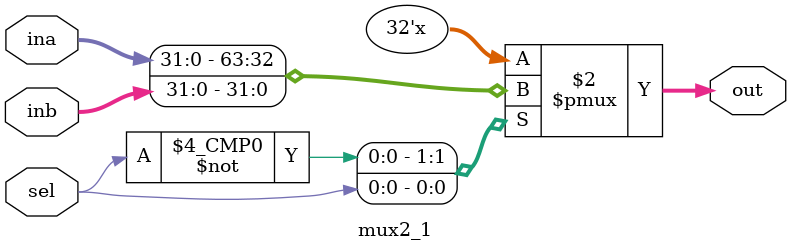
<source format=v>
`timescale 1ns / 1ps

module mux2_1(input [31:0] ina, inb,
              input sel,
              output reg [31:0] out);
  
  always@(ina, inb ,sel) begin
    case(sel)
      1'b0: out = ina;
      1'b1: out = inb;
    endcase
  end

endmodule



</source>
